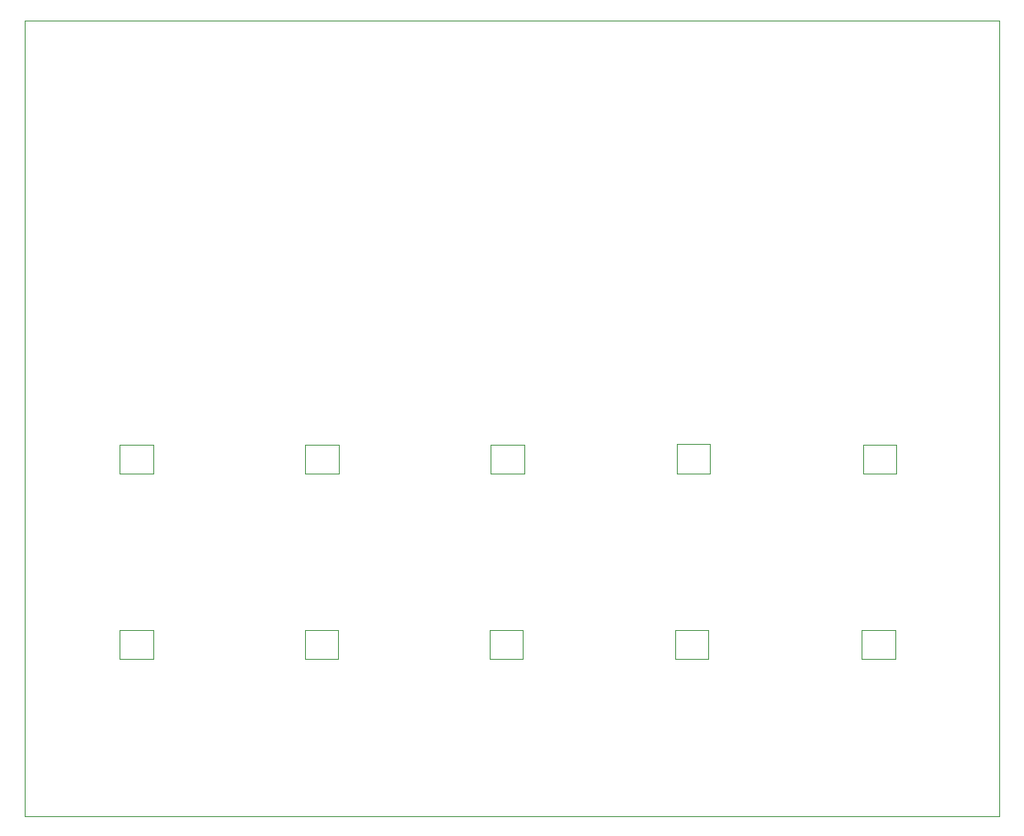
<source format=gbr>
%TF.GenerationSoftware,KiCad,Pcbnew,9.0.3*%
%TF.CreationDate,2025-08-24T22:33:59+02:00*%
%TF.ProjectId,test,74657374-2e6b-4696-9361-645f70636258,rev?*%
%TF.SameCoordinates,Original*%
%TF.FileFunction,Profile,NP*%
%FSLAX46Y46*%
G04 Gerber Fmt 4.6, Leading zero omitted, Abs format (unit mm)*
G04 Created by KiCad (PCBNEW 9.0.3) date 2025-08-24 22:33:59*
%MOMM*%
%LPD*%
G01*
G04 APERTURE LIST*
%TA.AperFunction,Profile*%
%ADD10C,0.050000*%
%TD*%
G04 APERTURE END LIST*
D10*
X114046000Y-78994000D02*
X114046000Y-160782000D01*
X114046000Y-160782000D02*
X13970000Y-160782000D01*
X13970000Y-160782000D02*
X13970000Y-78994000D01*
X13970000Y-78994000D02*
X114046000Y-78994000D01*
%TO.C,SW2*%
X103360000Y-144681200D02*
X99960000Y-144681200D01*
X103360000Y-141681200D02*
X103360000Y-144681200D01*
X99960000Y-144681200D02*
X99960000Y-141681200D01*
X99960000Y-141681200D02*
X103360000Y-141681200D01*
%TO.C,SW7*%
X46210000Y-125605800D02*
X42810000Y-125605800D01*
X46210000Y-122605800D02*
X46210000Y-125605800D01*
X42810000Y-125605800D02*
X42810000Y-122605800D01*
X42810000Y-122605800D02*
X46210000Y-122605800D01*
%TO.C,SW4*%
X46159200Y-144655800D02*
X42759200Y-144655800D01*
X46159200Y-141655800D02*
X46159200Y-144655800D01*
X42759200Y-144655800D02*
X42759200Y-141655800D01*
X42759200Y-141655800D02*
X46159200Y-141655800D01*
%TO.C,SW5*%
X65133000Y-144681200D02*
X61733000Y-144681200D01*
X65133000Y-141681200D02*
X65133000Y-144681200D01*
X61733000Y-144681200D02*
X61733000Y-141681200D01*
X61733000Y-141681200D02*
X65133000Y-141681200D01*
%TO.C,SW3*%
X27160000Y-144655800D02*
X23760000Y-144655800D01*
X27160000Y-141655800D02*
X27160000Y-144655800D01*
X23760000Y-144655800D02*
X23760000Y-141655800D01*
X23760000Y-141655800D02*
X27160000Y-141655800D01*
%TO.C,SW6*%
X27160000Y-125605800D02*
X23760000Y-125605800D01*
X27160000Y-122605800D02*
X27160000Y-125605800D01*
X23760000Y-125605800D02*
X23760000Y-122605800D01*
X23760000Y-122605800D02*
X27160000Y-122605800D01*
%TO.C,SW10*%
X103461600Y-125605800D02*
X100061600Y-125605800D01*
X103461600Y-122605800D02*
X103461600Y-125605800D01*
X100061600Y-125605800D02*
X100061600Y-122605800D01*
X100061600Y-122605800D02*
X103461600Y-122605800D01*
%TO.C,SW1*%
X84173800Y-144684400D02*
X80773800Y-144684400D01*
X80773800Y-144684400D02*
X80773800Y-141684400D01*
X80773800Y-141684400D02*
X84173800Y-141684400D01*
X84173800Y-141684400D02*
X84173800Y-144684400D01*
%TO.C,SW8*%
X65260000Y-125605800D02*
X61860000Y-125605800D01*
X65260000Y-122605800D02*
X65260000Y-125605800D01*
X61860000Y-125605800D02*
X61860000Y-122605800D01*
X61860000Y-122605800D02*
X65260000Y-122605800D01*
%TO.C,SW9*%
X84351600Y-125583600D02*
X80951600Y-125583600D01*
X80951600Y-125583600D02*
X80951600Y-122583600D01*
X80951600Y-122583600D02*
X84351600Y-122583600D01*
X84351600Y-122583600D02*
X84351600Y-125583600D01*
%TD*%
M02*

</source>
